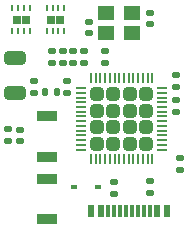
<source format=gbr>
%TF.GenerationSoftware,KiCad,Pcbnew,(6.0.4)*%
%TF.CreationDate,2023-01-18T18:35:58+00:00*%
%TF.ProjectId,PrettySmallRobot,50726574-7479-4536-9d61-6c6c526f626f,rev?*%
%TF.SameCoordinates,Original*%
%TF.FileFunction,Paste,Top*%
%TF.FilePolarity,Positive*%
%FSLAX46Y46*%
G04 Gerber Fmt 4.6, Leading zero omitted, Abs format (unit mm)*
G04 Created by KiCad (PCBNEW (6.0.4)) date 2023-01-18 18:35:58*
%MOMM*%
%LPD*%
G01*
G04 APERTURE LIST*
G04 Aperture macros list*
%AMRoundRect*
0 Rectangle with rounded corners*
0 $1 Rounding radius*
0 $2 $3 $4 $5 $6 $7 $8 $9 X,Y pos of 4 corners*
0 Add a 4 corners polygon primitive as box body*
4,1,4,$2,$3,$4,$5,$6,$7,$8,$9,$2,$3,0*
0 Add four circle primitives for the rounded corners*
1,1,$1+$1,$2,$3*
1,1,$1+$1,$4,$5*
1,1,$1+$1,$6,$7*
1,1,$1+$1,$8,$9*
0 Add four rect primitives between the rounded corners*
20,1,$1+$1,$2,$3,$4,$5,0*
20,1,$1+$1,$4,$5,$6,$7,0*
20,1,$1+$1,$6,$7,$8,$9,0*
20,1,$1+$1,$8,$9,$2,$3,0*%
G04 Aperture macros list end*
%ADD10R,1.700000X0.900000*%
%ADD11R,0.250000X0.500000*%
%ADD12R,0.650000X0.750000*%
%ADD13RoundRect,0.140000X0.170000X-0.140000X0.170000X0.140000X-0.170000X0.140000X-0.170000X-0.140000X0*%
%ADD14RoundRect,0.250000X0.650000X-0.325000X0.650000X0.325000X-0.650000X0.325000X-0.650000X-0.325000X0*%
%ADD15RoundRect,0.135000X0.185000X-0.135000X0.185000X0.135000X-0.185000X0.135000X-0.185000X-0.135000X0*%
%ADD16RoundRect,0.050000X-0.050000X-0.387500X0.050000X-0.387500X0.050000X0.387500X-0.050000X0.387500X0*%
%ADD17RoundRect,0.050000X-0.387500X-0.050000X0.387500X-0.050000X0.387500X0.050000X-0.387500X0.050000X0*%
%ADD18RoundRect,0.250000X-0.315000X-0.315000X0.315000X-0.315000X0.315000X0.315000X-0.315000X0.315000X0*%
%ADD19RoundRect,0.135000X-0.185000X0.135000X-0.185000X-0.135000X0.185000X-0.135000X0.185000X0.135000X0*%
%ADD20RoundRect,0.147500X-0.147500X-0.172500X0.147500X-0.172500X0.147500X0.172500X-0.147500X0.172500X0*%
%ADD21R,1.400000X1.200000*%
%ADD22RoundRect,0.140000X-0.170000X0.140000X-0.170000X-0.140000X0.170000X-0.140000X0.170000X0.140000X0*%
%ADD23RoundRect,0.147500X0.172500X-0.147500X0.172500X0.147500X-0.172500X0.147500X-0.172500X-0.147500X0*%
%ADD24R,0.300000X1.140000*%
%ADD25R,0.600000X1.140000*%
%ADD26R,0.600000X0.450000*%
G04 APERTURE END LIST*
D10*
%TO.C,RST1*%
X132000000Y-110000000D03*
X132000000Y-106600000D03*
%TD*%
%TO.C,BOOT1*%
X132000000Y-111900000D03*
X132000000Y-115300000D03*
%TD*%
D11*
%TO.C,U2*%
X133450000Y-99350000D03*
X132950000Y-99350000D03*
X132450000Y-99350000D03*
X131950000Y-99350000D03*
X131950000Y-97450000D03*
X132450000Y-97450000D03*
X132950000Y-97450000D03*
X133450000Y-97450000D03*
D12*
X132300000Y-98400000D03*
X133100000Y-98400000D03*
%TD*%
D13*
%TO.C,C3*%
X132400000Y-102060000D03*
X132400000Y-101100000D03*
%TD*%
D14*
%TO.C,AE1*%
X129300000Y-101650000D03*
X129300000Y-104600000D03*
%TD*%
D15*
%TO.C,R9*%
X128700000Y-108710000D03*
X128700000Y-107690000D03*
%TD*%
D16*
%TO.C,U4*%
X135700000Y-103362500D03*
X136100000Y-103362500D03*
X136500000Y-103362500D03*
X136900000Y-103362500D03*
X137300000Y-103362500D03*
X137700000Y-103362500D03*
X138100000Y-103362500D03*
X138500000Y-103362500D03*
X138900000Y-103362500D03*
X139300000Y-103362500D03*
X139700000Y-103362500D03*
X140100000Y-103362500D03*
X140500000Y-103362500D03*
X140900000Y-103362500D03*
D17*
X141737500Y-104200000D03*
X141737500Y-104600000D03*
X141737500Y-105000000D03*
X141737500Y-105400000D03*
X141737500Y-105800000D03*
X141737500Y-106200000D03*
X141737500Y-106600000D03*
X141737500Y-107000000D03*
X141737500Y-107400000D03*
X141737500Y-107800000D03*
X141737500Y-108200000D03*
X141737500Y-108600000D03*
X141737500Y-109000000D03*
X141737500Y-109400000D03*
D16*
X140900000Y-110237500D03*
X140500000Y-110237500D03*
X140100000Y-110237500D03*
X139700000Y-110237500D03*
X139300000Y-110237500D03*
X138900000Y-110237500D03*
X138500000Y-110237500D03*
X138100000Y-110237500D03*
X137700000Y-110237500D03*
X137300000Y-110237500D03*
X136900000Y-110237500D03*
X136500000Y-110237500D03*
X136100000Y-110237500D03*
X135700000Y-110237500D03*
D17*
X134862500Y-109400000D03*
X134862500Y-109000000D03*
X134862500Y-108600000D03*
X134862500Y-108200000D03*
X134862500Y-107800000D03*
X134862500Y-107400000D03*
X134862500Y-107000000D03*
X134862500Y-106600000D03*
X134862500Y-106200000D03*
X134862500Y-105800000D03*
X134862500Y-105400000D03*
X134862500Y-105000000D03*
X134862500Y-104600000D03*
X134862500Y-104200000D03*
D18*
X140400000Y-106100000D03*
X139000000Y-107500000D03*
X136200000Y-107500000D03*
X140400000Y-104700000D03*
X136200000Y-106100000D03*
X140400000Y-108900000D03*
X136200000Y-108900000D03*
X139000000Y-104700000D03*
X139000000Y-106100000D03*
X136200000Y-104700000D03*
X140400000Y-107500000D03*
X137600000Y-107500000D03*
X139000000Y-108900000D03*
X137600000Y-106100000D03*
X137600000Y-108900000D03*
X137600000Y-104700000D03*
%TD*%
D13*
%TO.C,C17*%
X133700000Y-104600000D03*
X133700000Y-103640000D03*
%TD*%
D19*
%TO.C,R2*%
X140700000Y-112067500D03*
X140700000Y-113087500D03*
%TD*%
D20*
%TO.C,L2*%
X131830000Y-104550000D03*
X132800000Y-104550000D03*
%TD*%
D19*
%TO.C,R1*%
X137675000Y-112117500D03*
X137675000Y-113137500D03*
%TD*%
D13*
%TO.C,C13*%
X130900000Y-104600000D03*
X130900000Y-103640000D03*
%TD*%
%TO.C,C2*%
X135100000Y-102060000D03*
X135100000Y-101100000D03*
%TD*%
%TO.C,C15*%
X135500000Y-99560000D03*
X135500000Y-98600000D03*
%TD*%
D21*
%TO.C,Y1*%
X137000000Y-97800000D03*
X139200000Y-97800000D03*
X139200000Y-99500000D03*
X137000000Y-99500000D03*
%TD*%
D13*
%TO.C,C14*%
X140700000Y-98760000D03*
X140700000Y-97800000D03*
%TD*%
D22*
%TO.C,C24*%
X129700000Y-107720000D03*
X129700000Y-108680000D03*
%TD*%
D23*
%TO.C,D1*%
X143280000Y-111105000D03*
X143280000Y-110135000D03*
%TD*%
D24*
%TO.C,J1*%
X137175000Y-114600000D03*
X138175000Y-114600000D03*
X139675000Y-114600000D03*
X140675000Y-114600000D03*
D25*
X141325000Y-114600000D03*
X142125000Y-114600000D03*
D24*
X140175000Y-114600000D03*
X139175000Y-114600000D03*
X138675000Y-114600000D03*
X137675000Y-114600000D03*
D25*
X136525000Y-114600000D03*
X135725000Y-114600000D03*
%TD*%
D26*
%TO.C,D2*%
X134225000Y-112587500D03*
X136325000Y-112587500D03*
%TD*%
D19*
%TO.C,R3*%
X136900000Y-101090000D03*
X136900000Y-102110000D03*
%TD*%
D13*
%TO.C,C7*%
X134200000Y-102060000D03*
X134200000Y-101100000D03*
%TD*%
D23*
%TO.C,D4*%
X142900000Y-106185000D03*
X142900000Y-105215000D03*
%TD*%
D19*
%TO.C,R10*%
X142900000Y-103090000D03*
X142900000Y-104110000D03*
%TD*%
D11*
%TO.C,U1*%
X130550000Y-99350000D03*
X130050000Y-99350000D03*
X129550000Y-99350000D03*
X129050000Y-99350000D03*
X129050000Y-97450000D03*
X129550000Y-97450000D03*
X130050000Y-97450000D03*
X130550000Y-97450000D03*
D12*
X129400000Y-98400000D03*
X130200000Y-98400000D03*
%TD*%
D13*
%TO.C,C6*%
X133300000Y-102060000D03*
X133300000Y-101100000D03*
%TD*%
M02*

</source>
